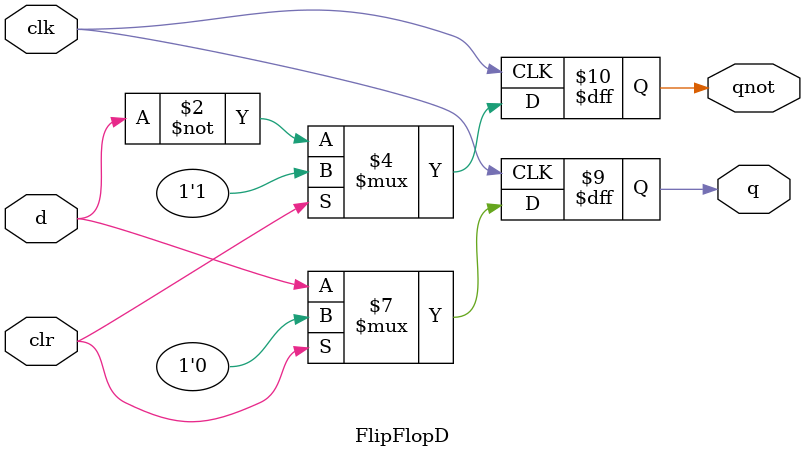
<source format=v>
module FlipFlopD (q, qnot, d, clk, clr);
input d, clk, clr;
output q, qnot;
reg q, qnot;
always @(posedge clk)
begin
if(clr)
begin
q <= 0; qnot <= 1;
end
else
begin
q <= d; qnot <= ~d;
end
end
endmodule
</source>
